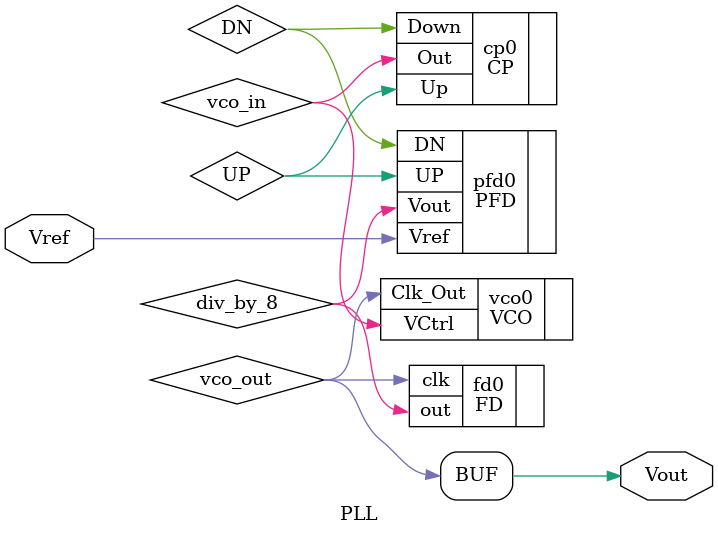
<source format=v>
module PLL(
    input Vref,
    output wire Vout
);

wire div_by_8;
wire vco_in,vco_out;
wire UP,DN;
assign Vout = vco_out;
PFD pfd0(.Vref(Vref),.Vout(div_by_8),.UP(UP),.DN(DN));
VCO vco0(.VCtrl(vco_in),.Clk_Out(vco_out));
CP cp0(.Up(UP),.Down(DN),.Out(vco_in));
FD fd0(.clk(vco_out),.out(div_by_8));
endmodule

</source>
